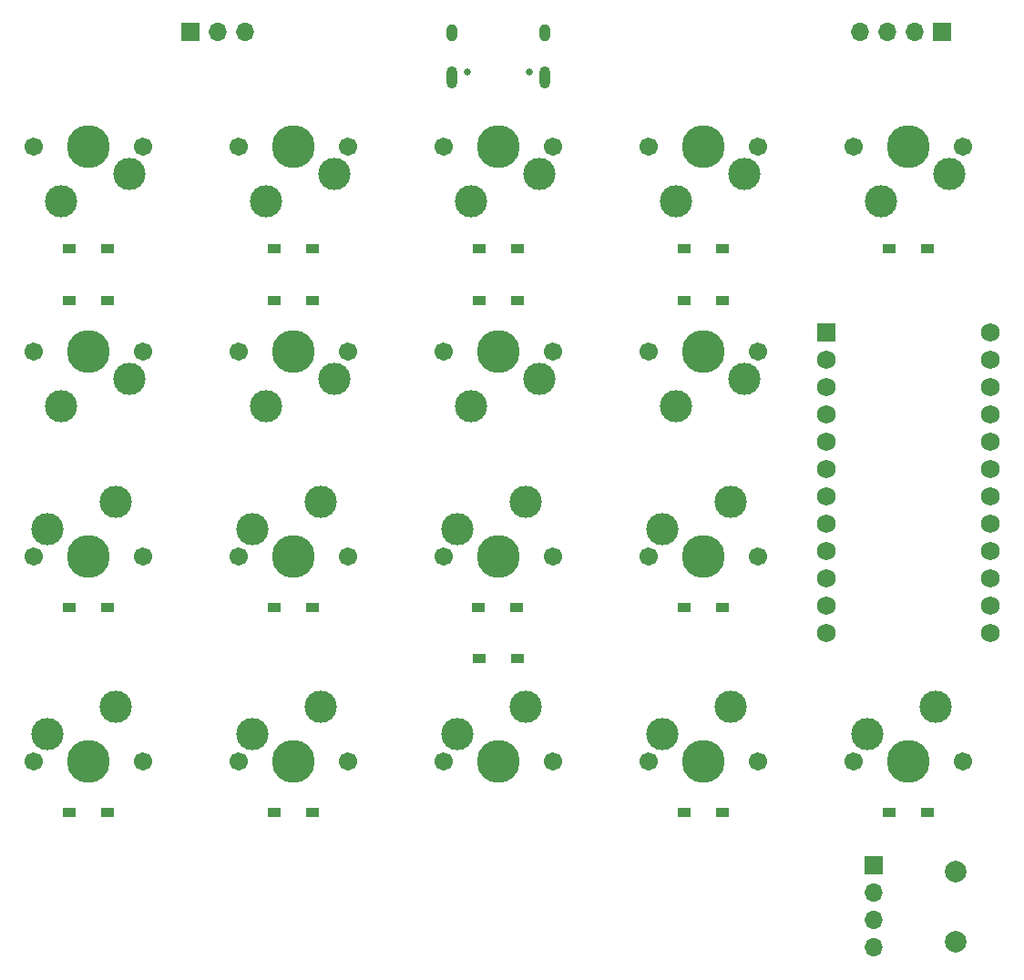
<source format=gbr>
G04 #@! TF.GenerationSoftware,KiCad,Pcbnew,(5.1.2)-2*
G04 #@! TF.CreationDate,2019-12-29T19:31:18+08:00*
G04 #@! TF.ProjectId,redox-receiver,7265646f-782d-4726-9563-65697665722e,rev?*
G04 #@! TF.SameCoordinates,Original*
G04 #@! TF.FileFunction,Soldermask,Top*
G04 #@! TF.FilePolarity,Negative*
%FSLAX46Y46*%
G04 Gerber Fmt 4.6, Leading zero omitted, Abs format (unit mm)*
G04 Created by KiCad (PCBNEW (5.1.2)-2) date 2019-12-29 19:31:18*
%MOMM*%
%LPD*%
G04 APERTURE LIST*
%ADD10C,2.000000*%
%ADD11C,1.752600*%
%ADD12R,1.752600X1.752600*%
%ADD13C,0.650000*%
%ADD14O,1.000000X2.100000*%
%ADD15O,1.000000X1.600000*%
%ADD16O,1.700000X1.700000*%
%ADD17R,1.700000X1.700000*%
%ADD18C,1.701800*%
%ADD19C,3.987800*%
%ADD20C,3.000000*%
%ADD21R,1.300000X0.950000*%
G04 APERTURE END LIST*
D10*
X166370000Y-136450000D03*
X166370000Y-142950000D03*
D11*
X169545000Y-86360000D03*
X154305000Y-114300000D03*
X169545000Y-88900000D03*
X169545000Y-91440000D03*
X169545000Y-93980000D03*
X169545000Y-96520000D03*
X169545000Y-99060000D03*
X169545000Y-101600000D03*
X169545000Y-104140000D03*
X169545000Y-106680000D03*
X169545000Y-109220000D03*
X169545000Y-111760000D03*
X169545000Y-114300000D03*
X154305000Y-111760000D03*
X154305000Y-109220000D03*
X154305000Y-106680000D03*
X154305000Y-104140000D03*
X154305000Y-101600000D03*
X154305000Y-99060000D03*
X154305000Y-96520000D03*
X154305000Y-93980000D03*
X154305000Y-91440000D03*
X154305000Y-88900000D03*
D12*
X154305000Y-86360000D03*
D13*
X126715000Y-62130000D03*
X120935000Y-62130000D03*
D14*
X119505000Y-62660000D03*
X128145000Y-62660000D03*
D15*
X119505000Y-58480000D03*
X128145000Y-58480000D03*
D16*
X100330000Y-58420000D03*
X97790000Y-58420000D03*
D17*
X95250000Y-58420000D03*
D16*
X158750000Y-143510000D03*
X158750000Y-140970000D03*
X158750000Y-138430000D03*
D17*
X158750000Y-135890000D03*
D18*
X156845000Y-126206000D03*
X167005000Y-126206000D03*
D19*
X161925000Y-126206000D03*
D20*
X158115000Y-123666000D03*
X164465000Y-121126000D03*
D18*
X137795000Y-126206000D03*
X147955000Y-126206000D03*
D19*
X142875000Y-126206000D03*
D20*
X139065000Y-123666000D03*
X145415000Y-121126000D03*
D18*
X118745000Y-126206000D03*
X128905000Y-126206000D03*
D19*
X123825000Y-126206000D03*
D20*
X120015000Y-123666000D03*
X126365000Y-121126000D03*
D18*
X99695000Y-126206000D03*
X109855000Y-126206000D03*
D19*
X104775000Y-126206000D03*
D20*
X100965000Y-123666000D03*
X107315000Y-121126000D03*
D18*
X80645000Y-126206000D03*
X90805000Y-126206000D03*
D19*
X85725000Y-126206000D03*
D20*
X81915000Y-123666000D03*
X88265000Y-121126000D03*
D18*
X137795000Y-107156000D03*
X147955000Y-107156000D03*
D19*
X142875000Y-107156000D03*
D20*
X139065000Y-104616000D03*
X145415000Y-102076000D03*
D18*
X118745000Y-107156000D03*
X128905000Y-107156000D03*
D19*
X123825000Y-107156000D03*
D20*
X120015000Y-104616000D03*
X126365000Y-102076000D03*
D18*
X99695000Y-107156000D03*
X109855000Y-107156000D03*
D19*
X104775000Y-107156000D03*
D20*
X100965000Y-104616000D03*
X107315000Y-102076000D03*
D18*
X80645000Y-107156000D03*
X90805000Y-107156000D03*
D19*
X85725000Y-107156000D03*
D20*
X81915000Y-104616000D03*
X88265000Y-102076000D03*
D18*
X147955000Y-88106200D03*
X137795000Y-88106200D03*
D19*
X142875000Y-88106200D03*
D20*
X146685000Y-90646200D03*
X140335000Y-93186200D03*
D18*
X128905000Y-88106200D03*
X118745000Y-88106200D03*
D19*
X123825000Y-88106200D03*
D20*
X127635000Y-90646200D03*
X121285000Y-93186200D03*
D18*
X109855000Y-88106200D03*
X99695000Y-88106200D03*
D19*
X104775000Y-88106200D03*
D20*
X108585000Y-90646200D03*
X102235000Y-93186200D03*
D18*
X90805000Y-88106200D03*
X80645000Y-88106200D03*
D19*
X85725000Y-88106200D03*
D20*
X89535000Y-90646200D03*
X83185000Y-93186200D03*
D18*
X167005000Y-69056200D03*
X156845000Y-69056200D03*
D19*
X161925000Y-69056200D03*
D20*
X165735000Y-71596200D03*
X159385000Y-74136200D03*
D18*
X147955000Y-69056200D03*
X137795000Y-69056200D03*
D19*
X142875000Y-69056200D03*
D20*
X146685000Y-71596200D03*
X140335000Y-74136200D03*
D18*
X128905000Y-69056200D03*
X118745000Y-69056200D03*
D19*
X123825000Y-69056200D03*
D20*
X127635000Y-71596200D03*
X121285000Y-74136200D03*
D18*
X109855000Y-69056200D03*
X99695000Y-69056200D03*
D19*
X104775000Y-69056200D03*
D20*
X108585000Y-71596200D03*
X102235000Y-74136200D03*
D18*
X90805000Y-69056200D03*
X80645000Y-69056200D03*
D19*
X85725000Y-69056200D03*
D20*
X89535000Y-71596200D03*
X83185000Y-74136200D03*
D21*
X163700000Y-130969000D03*
X160150000Y-130969000D03*
X144650000Y-130969000D03*
X141100000Y-130969000D03*
X125600000Y-116681000D03*
X122050000Y-116681000D03*
X106550000Y-130969000D03*
X103000000Y-130969000D03*
X87500000Y-130969000D03*
X83950000Y-130969000D03*
X144650000Y-111919000D03*
X141100000Y-111919000D03*
X125567000Y-111919000D03*
X122017000Y-111919000D03*
X106550000Y-111919000D03*
X103000000Y-111919000D03*
X87500000Y-111919000D03*
X83950000Y-111919000D03*
X144650000Y-83343800D03*
X141100000Y-83343800D03*
X125600000Y-83343800D03*
X122050000Y-83343800D03*
X106550000Y-83343800D03*
X103000000Y-83343800D03*
X87500000Y-83343800D03*
X83950000Y-83343800D03*
X163700000Y-78581200D03*
X160150000Y-78581200D03*
X144650000Y-78581200D03*
X141100000Y-78581200D03*
X125600000Y-78581200D03*
X122050000Y-78581200D03*
X106550000Y-78581200D03*
X103000000Y-78581200D03*
X87500000Y-78581200D03*
X83950000Y-78581200D03*
D16*
X157480000Y-58420000D03*
X160020000Y-58420000D03*
X162560000Y-58420000D03*
D17*
X165100000Y-58420000D03*
M02*

</source>
